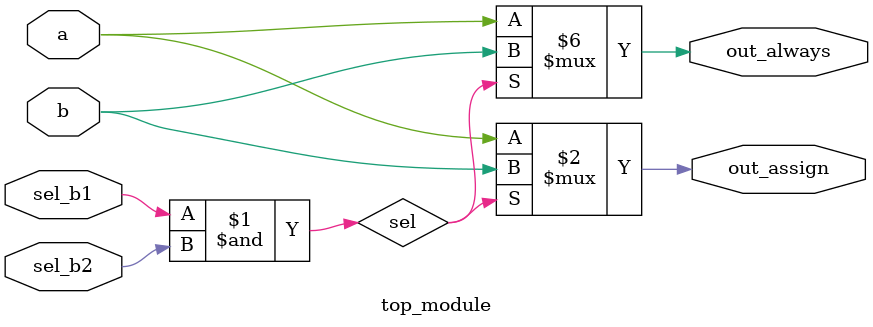
<source format=v>
module top_module(
           input a,
           input b,
           input sel_b1,
           input sel_b2,
           output wire out_assign,
           output reg out_always   );

wire sel;

assign sel = sel_b1 & sel_b2;

assign out_assign = sel ? b : a;

always @(*) begin
    if(sel == 1) begin
        out_always = b;
    end
    else begin
        out_always = a;
    end
end

endmodule

</source>
